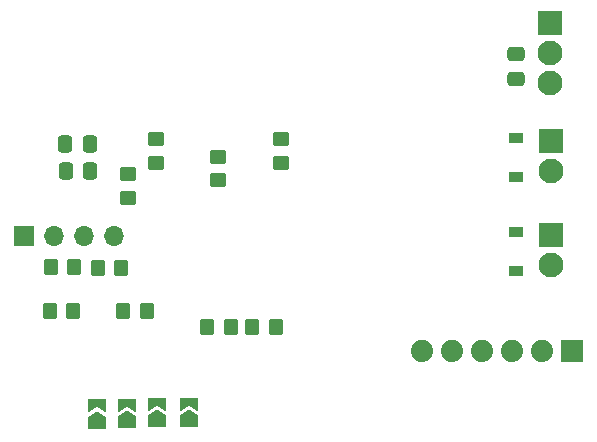
<source format=gbr>
%TF.GenerationSoftware,KiCad,Pcbnew,6.0.11-2627ca5db0~126~ubuntu22.04.1*%
%TF.CreationDate,2023-02-18T02:54:50-05:00*%
%TF.ProjectId,lin-coolant-temperature,6c696e2d-636f-46f6-9c61-6e742d74656d,1.0*%
%TF.SameCoordinates,Original*%
%TF.FileFunction,Soldermask,Bot*%
%TF.FilePolarity,Negative*%
%FSLAX46Y46*%
G04 Gerber Fmt 4.6, Leading zero omitted, Abs format (unit mm)*
G04 Created by KiCad (PCBNEW 6.0.11-2627ca5db0~126~ubuntu22.04.1) date 2023-02-18 02:54:50*
%MOMM*%
%LPD*%
G01*
G04 APERTURE LIST*
G04 Aperture macros list*
%AMRoundRect*
0 Rectangle with rounded corners*
0 $1 Rounding radius*
0 $2 $3 $4 $5 $6 $7 $8 $9 X,Y pos of 4 corners*
0 Add a 4 corners polygon primitive as box body*
4,1,4,$2,$3,$4,$5,$6,$7,$8,$9,$2,$3,0*
0 Add four circle primitives for the rounded corners*
1,1,$1+$1,$2,$3*
1,1,$1+$1,$4,$5*
1,1,$1+$1,$6,$7*
1,1,$1+$1,$8,$9*
0 Add four rect primitives between the rounded corners*
20,1,$1+$1,$2,$3,$4,$5,0*
20,1,$1+$1,$4,$5,$6,$7,0*
20,1,$1+$1,$6,$7,$8,$9,0*
20,1,$1+$1,$8,$9,$2,$3,0*%
%AMFreePoly0*
4,1,6,1.000000,0.000000,0.500000,-0.750000,-0.500000,-0.750000,-0.500000,0.750000,0.500000,0.750000,1.000000,0.000000,1.000000,0.000000,$1*%
%AMFreePoly1*
4,1,6,0.500000,-0.750000,-0.650000,-0.750000,-0.150000,0.000000,-0.650000,0.750000,0.500000,0.750000,0.500000,-0.750000,0.500000,-0.750000,$1*%
G04 Aperture macros list end*
%ADD10R,2.100000X2.100000*%
%ADD11C,2.100000*%
%ADD12R,1.200000X0.900000*%
%ADD13R,1.700000X1.700000*%
%ADD14O,1.700000X1.700000*%
%ADD15R,1.879600X1.879600*%
%ADD16C,1.879600*%
%ADD17RoundRect,0.250000X-0.350000X-0.450000X0.350000X-0.450000X0.350000X0.450000X-0.350000X0.450000X0*%
%ADD18RoundRect,0.250000X-0.450000X0.350000X-0.450000X-0.350000X0.450000X-0.350000X0.450000X0.350000X0*%
%ADD19FreePoly0,90.000000*%
%ADD20FreePoly1,90.000000*%
%ADD21RoundRect,0.250000X0.350000X0.450000X-0.350000X0.450000X-0.350000X-0.450000X0.350000X-0.450000X0*%
%ADD22RoundRect,0.250000X0.475000X-0.337500X0.475000X0.337500X-0.475000X0.337500X-0.475000X-0.337500X0*%
%ADD23RoundRect,0.250000X0.450000X-0.350000X0.450000X0.350000X-0.450000X0.350000X-0.450000X-0.350000X0*%
%ADD24RoundRect,0.250000X0.337500X0.475000X-0.337500X0.475000X-0.337500X-0.475000X0.337500X-0.475000X0*%
%ADD25RoundRect,0.250000X-0.337500X-0.475000X0.337500X-0.475000X0.337500X0.475000X-0.337500X0.475000X0*%
G04 APERTURE END LIST*
D10*
%TO.C,J5*%
X224750000Y-82030000D03*
D11*
X224750000Y-84570000D03*
%TD*%
D10*
%TO.C,J4*%
X224750000Y-74075000D03*
D11*
X224750000Y-76615000D03*
%TD*%
D12*
%TO.C,D5*%
X221800000Y-81700000D03*
X221800000Y-85000000D03*
%TD*%
%TO.C,D4*%
X221750000Y-73750000D03*
X221750000Y-77050000D03*
%TD*%
D13*
%TO.C,J2*%
X180150000Y-82100000D03*
D14*
X182690000Y-82100000D03*
X185230000Y-82100000D03*
X187770000Y-82100000D03*
%TD*%
D10*
%TO.C,J3*%
X224700000Y-64000000D03*
D11*
X224700000Y-66540000D03*
X224700000Y-69080000D03*
%TD*%
D15*
%TO.C,J1*%
X226520000Y-91800000D03*
D16*
X223980000Y-91800000D03*
X221440000Y-91800000D03*
X218900000Y-91800000D03*
X216360000Y-91800000D03*
X213820000Y-91800000D03*
%TD*%
D17*
%TO.C,R3*%
X195650000Y-89750000D03*
X197650000Y-89750000D03*
%TD*%
D18*
%TO.C,R18*%
X196550000Y-75350000D03*
X196550000Y-77350000D03*
%TD*%
D19*
%TO.C,JP2*%
X194075000Y-97725000D03*
D20*
X194075000Y-96275000D03*
%TD*%
D17*
%TO.C,R7*%
X182400000Y-84725000D03*
X184400000Y-84725000D03*
%TD*%
D19*
%TO.C,JP5*%
X186350000Y-97875000D03*
D20*
X186350000Y-96425000D03*
%TD*%
D21*
%TO.C,R4*%
X201425000Y-89750000D03*
X199425000Y-89750000D03*
%TD*%
D22*
%TO.C,C2*%
X221775000Y-68750000D03*
X221775000Y-66675000D03*
%TD*%
D18*
%TO.C,R14*%
X201900000Y-73900000D03*
X201900000Y-75900000D03*
%TD*%
D17*
%TO.C,R8*%
X186375000Y-84775000D03*
X188375000Y-84775000D03*
%TD*%
%TO.C,R9*%
X182300000Y-88450000D03*
X184300000Y-88450000D03*
%TD*%
D23*
%TO.C,R12*%
X188950000Y-78825000D03*
X188950000Y-76825000D03*
%TD*%
D18*
%TO.C,R16*%
X191300000Y-73900000D03*
X191300000Y-75900000D03*
%TD*%
D21*
%TO.C,R10*%
X190525000Y-88425000D03*
X188525000Y-88425000D03*
%TD*%
D24*
%TO.C,C7*%
X185750000Y-76575000D03*
X183675000Y-76575000D03*
%TD*%
D25*
%TO.C,C8*%
X183600000Y-74325000D03*
X185675000Y-74325000D03*
%TD*%
D19*
%TO.C,JP4*%
X188825000Y-97825000D03*
D20*
X188825000Y-96375000D03*
%TD*%
D19*
%TO.C,JP3*%
X191425000Y-97775000D03*
D20*
X191425000Y-96325000D03*
%TD*%
M02*

</source>
